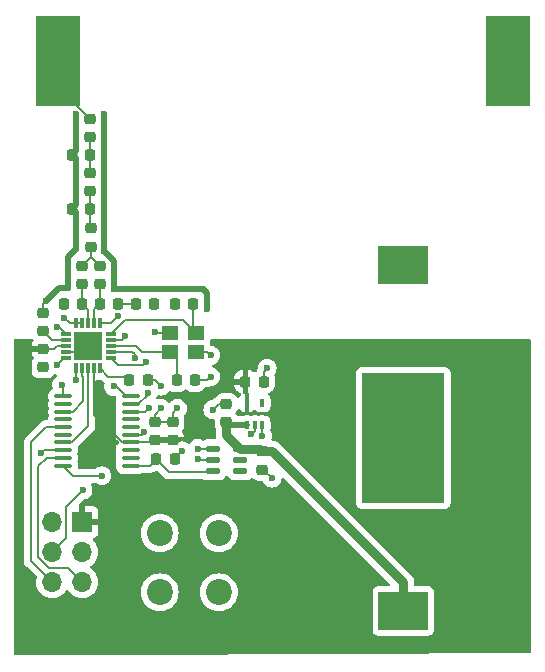
<source format=gbr>
%TF.GenerationSoftware,KiCad,Pcbnew,8.0.4*%
%TF.CreationDate,2024-10-14T16:37:58-05:00*%
%TF.ProjectId,Fob_Design_Files,466f625f-4465-4736-9967-6e5f46696c65,rev?*%
%TF.SameCoordinates,Original*%
%TF.FileFunction,Copper,L1,Top*%
%TF.FilePolarity,Positive*%
%FSLAX46Y46*%
G04 Gerber Fmt 4.6, Leading zero omitted, Abs format (unit mm)*
G04 Created by KiCad (PCBNEW 8.0.4) date 2024-10-14 16:37:58*
%MOMM*%
%LPD*%
G01*
G04 APERTURE LIST*
G04 Aperture macros list*
%AMRoundRect*
0 Rectangle with rounded corners*
0 $1 Rounding radius*
0 $2 $3 $4 $5 $6 $7 $8 $9 X,Y pos of 4 corners*
0 Add a 4 corners polygon primitive as box body*
4,1,4,$2,$3,$4,$5,$6,$7,$8,$9,$2,$3,0*
0 Add four circle primitives for the rounded corners*
1,1,$1+$1,$2,$3*
1,1,$1+$1,$4,$5*
1,1,$1+$1,$6,$7*
1,1,$1+$1,$8,$9*
0 Add four rect primitives between the rounded corners*
20,1,$1+$1,$2,$3,$4,$5,0*
20,1,$1+$1,$4,$5,$6,$7,0*
20,1,$1+$1,$6,$7,$8,$9,0*
20,1,$1+$1,$8,$9,$2,$3,0*%
G04 Aperture macros list end*
%TA.AperFunction,SMDPad,CuDef*%
%ADD10RoundRect,0.225000X-0.250000X0.225000X-0.250000X-0.225000X0.250000X-0.225000X0.250000X0.225000X0*%
%TD*%
%TA.AperFunction,SMDPad,CuDef*%
%ADD11RoundRect,0.225000X0.250000X-0.225000X0.250000X0.225000X-0.250000X0.225000X-0.250000X-0.225000X0*%
%TD*%
%TA.AperFunction,SMDPad,CuDef*%
%ADD12RoundRect,0.225000X0.225000X0.250000X-0.225000X0.250000X-0.225000X-0.250000X0.225000X-0.250000X0*%
%TD*%
%TA.AperFunction,SMDPad,CuDef*%
%ADD13RoundRect,0.100000X0.637500X0.100000X-0.637500X0.100000X-0.637500X-0.100000X0.637500X-0.100000X0*%
%TD*%
%TA.AperFunction,SMDPad,CuDef*%
%ADD14RoundRect,0.218750X0.256250X-0.218750X0.256250X0.218750X-0.256250X0.218750X-0.256250X-0.218750X0*%
%TD*%
%TA.AperFunction,SMDPad,CuDef*%
%ADD15RoundRect,0.225000X-0.225000X-0.250000X0.225000X-0.250000X0.225000X0.250000X-0.225000X0.250000X0*%
%TD*%
%TA.AperFunction,SMDPad,CuDef*%
%ADD16RoundRect,0.100000X0.100000X-0.225000X0.100000X0.225000X-0.100000X0.225000X-0.100000X-0.225000X0*%
%TD*%
%TA.AperFunction,SMDPad,CuDef*%
%ADD17RoundRect,0.137500X-0.482500X-0.137500X0.482500X-0.137500X0.482500X0.137500X-0.482500X0.137500X0*%
%TD*%
%TA.AperFunction,SMDPad,CuDef*%
%ADD18R,4.200000X3.200000*%
%TD*%
%TA.AperFunction,SMDPad,CuDef*%
%ADD19R,7.000000X11.000000*%
%TD*%
%TA.AperFunction,SMDPad,CuDef*%
%ADD20R,3.810000X7.620000*%
%TD*%
%TA.AperFunction,ComponentPad*%
%ADD21C,2.200000*%
%TD*%
%TA.AperFunction,SMDPad,CuDef*%
%ADD22RoundRect,0.218750X0.218750X0.256250X-0.218750X0.256250X-0.218750X-0.256250X0.218750X-0.256250X0*%
%TD*%
%TA.AperFunction,SMDPad,CuDef*%
%ADD23R,0.304800X0.952500*%
%TD*%
%TA.AperFunction,SMDPad,CuDef*%
%ADD24R,0.952500X0.304800*%
%TD*%
%TA.AperFunction,ComponentPad*%
%ADD25C,0.508000*%
%TD*%
%TA.AperFunction,SMDPad,CuDef*%
%ADD26R,2.413000X2.413000*%
%TD*%
%TA.AperFunction,SMDPad,CuDef*%
%ADD27R,1.400000X1.200000*%
%TD*%
%TA.AperFunction,ComponentPad*%
%ADD28R,1.700000X1.700000*%
%TD*%
%TA.AperFunction,ComponentPad*%
%ADD29O,1.700000X1.700000*%
%TD*%
%TA.AperFunction,ViaPad*%
%ADD30C,0.600000*%
%TD*%
%TA.AperFunction,Conductor*%
%ADD31C,0.200000*%
%TD*%
%TA.AperFunction,Conductor*%
%ADD32C,0.500000*%
%TD*%
%TA.AperFunction,Conductor*%
%ADD33C,0.800000*%
%TD*%
G04 APERTURE END LIST*
D10*
%TO.P,C9,1*%
%TO.N,VBAT*%
X110000000Y-76125000D03*
%TO.P,C9,2*%
%TO.N,GND*%
X110000000Y-77675000D03*
%TD*%
D11*
%TO.P,C10,1*%
%TO.N,Net-(C10-Pad1)*%
X95422101Y-49523650D03*
%TO.P,C10,2*%
%TO.N,Net-(C10-Pad2)*%
X95422101Y-47973650D03*
%TD*%
D12*
%TO.P,C7,1*%
%TO.N,OSC_OUT*%
X104148000Y-63627000D03*
%TO.P,C7,2*%
%TO.N,GND*%
X102598000Y-63627000D03*
%TD*%
D13*
%TO.P,U4,1,PB7*%
%TO.N,PWR_DWN*%
X98844000Y-77328000D03*
%TO.P,U4,2,PC14*%
%TO.N,unconnected-(U4-PC14-Pad2)*%
X98844000Y-76678000D03*
%TO.P,U4,3,PC15*%
%TO.N,unconnected-(U4-PC15-Pad3)*%
X98844000Y-76028000D03*
%TO.P,U4,4,VDD*%
%TO.N,VDD*%
X98844000Y-75378000D03*
%TO.P,U4,5,VSS*%
%TO.N,GND*%
X98844000Y-74728000D03*
%TO.P,U4,6,PF2*%
%TO.N,unconnected-(U4-PF2-Pad6)*%
X98844000Y-74078000D03*
%TO.P,U4,7,PA0*%
%TO.N,unconnected-(U4-PA0-Pad7)*%
X98844000Y-73428000D03*
%TO.P,U4,8,PA1*%
%TO.N,SPI_SCLK*%
X98844000Y-72778000D03*
%TO.P,U4,9,PA2*%
%TO.N,SPI_MOSI*%
X98844000Y-72128000D03*
%TO.P,U4,10,PA3*%
%TO.N,USART_RX*%
X98844000Y-71478000D03*
%TO.P,U4,11,PA4*%
%TO.N,SPI_NSS*%
X93119000Y-71478000D03*
%TO.P,U4,12,PA5*%
%TO.N,unconnected-(U4-PA5-Pad12)*%
X93119000Y-72128000D03*
%TO.P,U4,13,PA6*%
%TO.N,SPI_MISO*%
X93119000Y-72778000D03*
%TO.P,U4,14,PA7*%
%TO.N,unconnected-(U4-PA7-Pad14)*%
X93119000Y-73428000D03*
%TO.P,U4,15,PA8*%
%TO.N,USART_TX*%
X93119000Y-74078000D03*
%TO.P,U4,16,PA9/PA11*%
%TO.N,unconnected-(U4-PA9{slash}PA11-Pad16)*%
X93119000Y-74728000D03*
%TO.P,U4,17,PA10/PA12*%
%TO.N,GDO2*%
X93119000Y-75378000D03*
%TO.P,U4,18,PA13*%
%TO.N,SWDIO*%
X93119000Y-76028000D03*
%TO.P,U4,19,PA14*%
%TO.N,SWCLK*%
X93119000Y-76678000D03*
%TO.P,U4,20,PB6*%
%TO.N,GDO0*%
X93119000Y-77328000D03*
%TD*%
D10*
%TO.P,C14,1*%
%TO.N,Net-(C14-Pad1)*%
X96225500Y-60426000D03*
%TO.P,C14,2*%
%TO.N,RF_P*%
X96225500Y-61976000D03*
%TD*%
D12*
%TO.P,C12,1*%
%TO.N,RF_N*%
X94714500Y-63627000D03*
%TO.P,C12,2*%
%TO.N,GND*%
X93164500Y-63627000D03*
%TD*%
D14*
%TO.P,R1,1*%
%TO.N,RBIAS*%
X91433650Y-65971901D03*
%TO.P,R1,2*%
%TO.N,GND*%
X91433650Y-64396901D03*
%TD*%
%TO.P,L4,1,1*%
%TO.N,Net-(C15-Pad2)*%
X95422101Y-54095650D03*
%TO.P,L4,2,2*%
%TO.N,Net-(C10-Pad1)*%
X95422101Y-52520650D03*
%TD*%
D15*
%TO.P,C11,1*%
%TO.N,GND*%
X93885101Y-51047650D03*
%TO.P,C11,2*%
%TO.N,Net-(C10-Pad1)*%
X95435101Y-51047650D03*
%TD*%
D16*
%TO.P,U5,1,IN*%
%TO.N,VBAT*%
X108682000Y-73909000D03*
%TO.P,U5,2,GND*%
%TO.N,GND*%
X109332000Y-73909000D03*
%TO.P,U5,3,EN*%
%TO.N,Net-(U1-OUT)*%
X109982000Y-73909000D03*
%TO.P,U5,4,NC*%
%TO.N,unconnected-(U5-NC-Pad4)*%
X109982000Y-72009000D03*
%TO.P,U5,5,OUT*%
%TO.N,VDD*%
X108682000Y-72009000D03*
%TD*%
D17*
%TO.P,U1,1,IN*%
%TO.N,Button*%
X105800000Y-75900000D03*
%TO.P,U1,2,GND*%
%TO.N,GND*%
X105800000Y-76850000D03*
%TO.P,U1,3,CLEAR*%
%TO.N,PWR_DWN*%
X105800000Y-77800000D03*
%TO.P,U1,4,~{OUT}*%
%TO.N,unconnected-(U1-~{OUT}-Pad4)*%
X108120000Y-77800000D03*
%TO.P,U1,5,OUT*%
%TO.N,Net-(U1-OUT)*%
X108120000Y-76850000D03*
%TO.P,U1,6,VCC*%
%TO.N,VBAT*%
X108120000Y-75900000D03*
%TD*%
D18*
%TO.P,U3,1,+*%
%TO.N,VBAT*%
X121920000Y-89625000D03*
%TO.P,U3,2,-*%
%TO.N,GND*%
X121920000Y-60325000D03*
D19*
%TO.P,U3,3,EP*%
%TO.N,unconnected-(U3-EP-Pad3)*%
X121920000Y-74975000D03*
%TD*%
D20*
%TO.P,E1,1*%
%TO.N,Net-(C10-Pad2)*%
X92700000Y-43053000D03*
%TO.P,E1,2*%
%TO.N,N/C*%
X130800000Y-43053000D03*
%TD*%
D15*
%TO.P,C6,1*%
%TO.N,OSC_IN*%
X102725000Y-70104000D03*
%TO.P,C6,2*%
%TO.N,GND*%
X104275000Y-70104000D03*
%TD*%
D14*
%TO.P,L2,1,1*%
%TO.N,Net-(C14-Pad1)*%
X95463500Y-58826500D03*
%TO.P,L2,2,2*%
%TO.N,Net-(C15-Pad2)*%
X95463500Y-57251500D03*
%TD*%
D15*
%TO.P,C2,1*%
%TO.N,VDD*%
X108559000Y-70231000D03*
%TO.P,C2,2*%
%TO.N,GND*%
X110109000Y-70231000D03*
%TD*%
D21*
%TO.P,S1,1,COM_1*%
%TO.N,GND*%
X106299000Y-88058000D03*
%TO.P,S1,2,COM_2*%
X106299000Y-83058000D03*
%TO.P,S1,3,NO_1*%
%TO.N,Button*%
X101299000Y-88058000D03*
%TO.P,S1,4,NO_2*%
X101299000Y-83058000D03*
%TD*%
D14*
%TO.P,L1,1,1*%
%TO.N,RF_N*%
X94701500Y-62001500D03*
%TO.P,L1,2,2*%
%TO.N,Net-(C14-Pad1)*%
X94701500Y-60426500D03*
%TD*%
D22*
%TO.P,R2,1*%
%TO.N,GND*%
X102587500Y-76813000D03*
%TO.P,R2,2*%
%TO.N,PWR_DWN*%
X101012500Y-76813000D03*
%TD*%
D10*
%TO.P,C8,1*%
%TO.N,VDD*%
X91433650Y-67457401D03*
%TO.P,C8,2*%
%TO.N,GND*%
X91433650Y-69007401D03*
%TD*%
D23*
%TO.P,U2,1,SCLK*%
%TO.N,SPI_SCLK*%
X94243649Y-69089651D03*
%TO.P,U2,2,SO*%
%TO.N,SPI_MISO*%
X94743651Y-69089651D03*
%TO.P,U2,3,GDO2*%
%TO.N,GDO2*%
X95243650Y-69089651D03*
%TO.P,U2,4,DVDD*%
%TO.N,VDD*%
X95743649Y-69089651D03*
%TO.P,U2,5,DCOUPL*%
%TO.N,Net-(U2-DCOUPL)*%
X96243651Y-69089651D03*
D24*
%TO.P,U2,6,GDO0*%
%TO.N,GDO0*%
X97142300Y-68191002D03*
%TO.P,U2,7,CSN*%
%TO.N,SPI_NSS*%
X97142300Y-67691000D03*
%TO.P,U2,8,XOSC_Q1*%
%TO.N,OSC_IN*%
X97142300Y-67191001D03*
%TO.P,U2,9,AVDD*%
%TO.N,VDD*%
X97142300Y-66691002D03*
%TO.P,U2,10,XOSC_Q2*%
%TO.N,OSC_OUT*%
X97142300Y-66191000D03*
D23*
%TO.P,U2,11,AVDD*%
%TO.N,VDD*%
X96243651Y-65292351D03*
%TO.P,U2,12,RF_P*%
%TO.N,RF_P*%
X95743649Y-65292351D03*
%TO.P,U2,13,RF_N*%
%TO.N,RF_N*%
X95243650Y-65292351D03*
%TO.P,U2,14,AVDD*%
%TO.N,VDD*%
X94743651Y-65292351D03*
%TO.P,U2,15,AVDD*%
X94243649Y-65292351D03*
D24*
%TO.P,U2,16,GND*%
%TO.N,GND*%
X93345000Y-66191000D03*
%TO.P,U2,17,RBIAS*%
%TO.N,RBIAS*%
X93345000Y-66691002D03*
%TO.P,U2,18,DGUARD*%
%TO.N,VDD*%
X93345000Y-67191001D03*
%TO.P,U2,19,GND*%
%TO.N,GND*%
X93345000Y-67691000D03*
%TO.P,U2,20,SI*%
%TO.N,SPI_MOSI*%
X93345000Y-68191002D03*
D25*
%TO.P,U2,21,EPAD*%
%TO.N,GND*%
X94456250Y-67978401D03*
X95243650Y-67941001D03*
X95993650Y-67941001D03*
X94493650Y-67191001D03*
X95243650Y-67191001D03*
D26*
X95243650Y-67191001D03*
D25*
X95993650Y-67191001D03*
X94493650Y-66441001D03*
X95243650Y-66441001D03*
X95993650Y-66441001D03*
%TD*%
D11*
%TO.P,C1,1*%
%TO.N,VBAT*%
X106934000Y-73673000D03*
%TO.P,C1,2*%
%TO.N,GND*%
X106934000Y-72123000D03*
%TD*%
D22*
%TO.P,L3,1,1*%
%TO.N,Net-(C13-Pad2)*%
X97775000Y-63627000D03*
%TO.P,L3,2,2*%
%TO.N,RF_P*%
X96200000Y-63627000D03*
%TD*%
D11*
%TO.P,C3,1*%
%TO.N,VDD*%
X102400000Y-75175000D03*
%TO.P,C3,2*%
%TO.N,GND*%
X102400000Y-73625000D03*
%TD*%
D15*
%TO.P,C5,1*%
%TO.N,Net-(U2-DCOUPL)*%
X98725000Y-70100000D03*
%TO.P,C5,2*%
%TO.N,GND*%
X100275000Y-70100000D03*
%TD*%
D27*
%TO.P,Y1,1,X'TAL_1*%
%TO.N,OSC_IN*%
X102189000Y-67691000D03*
%TO.P,Y1,2,NC_1*%
%TO.N,GND*%
X104389000Y-67691000D03*
%TO.P,Y1,3,X'TAL_2*%
%TO.N,OSC_OUT*%
X104389000Y-66091000D03*
%TO.P,Y1,4,NC_2*%
%TO.N,GND*%
X102189000Y-66091000D03*
%TD*%
D11*
%TO.P,C4,1*%
%TO.N,VDD*%
X100876000Y-75175000D03*
%TO.P,C4,2*%
%TO.N,GND*%
X100876000Y-73625000D03*
%TD*%
D12*
%TO.P,C13,1*%
%TO.N,GND*%
X100810500Y-63627000D03*
%TO.P,C13,2*%
%TO.N,Net-(C13-Pad2)*%
X99260500Y-63627000D03*
%TD*%
D15*
%TO.P,C15,1*%
%TO.N,GND*%
X93872101Y-55619650D03*
%TO.P,C15,2*%
%TO.N,Net-(C15-Pad2)*%
X95422101Y-55619650D03*
%TD*%
D28*
%TO.P,J1,1,Pin_1*%
%TO.N,VDD*%
X94740000Y-82120000D03*
D29*
%TO.P,J1,2,Pin_2*%
%TO.N,GND*%
X92200000Y-82120000D03*
%TO.P,J1,3,Pin_3*%
%TO.N,SWDIO*%
X94740000Y-84660000D03*
%TO.P,J1,4,Pin_4*%
%TO.N,USART_RX*%
X92200000Y-84660000D03*
%TO.P,J1,5,Pin_5*%
%TO.N,SWCLK*%
X94740000Y-87200000D03*
%TO.P,J1,6,Pin_6*%
%TO.N,USART_TX*%
X92200000Y-87200000D03*
%TD*%
D30*
%TO.N,USART_RX*%
X97400000Y-70624265D03*
X94800000Y-79400000D03*
%TO.N,SWDIO*%
X91275735Y-76275735D03*
%TO.N,VDD*%
X93200000Y-64800000D03*
%TO.N,GND*%
X93500000Y-60500000D03*
X94200000Y-56900000D03*
X96600000Y-55300000D03*
X104500000Y-76800000D03*
X101400000Y-70600000D03*
X121920000Y-60325000D03*
X123200000Y-61100000D03*
X105600000Y-68000000D03*
X91400000Y-69000000D03*
X110400000Y-69100000D03*
X121900000Y-61100000D03*
X100400000Y-62400000D03*
X91700000Y-63400000D03*
X100800000Y-63600000D03*
X100900000Y-66000000D03*
X103200000Y-76100000D03*
X94200000Y-47600000D03*
X120700000Y-59500000D03*
X109000000Y-74700000D03*
X121900000Y-59500000D03*
X94200000Y-49600000D03*
X94200000Y-52500000D03*
X103400000Y-62400000D03*
X101400000Y-72500000D03*
X123200000Y-60300000D03*
X120700000Y-61100000D03*
X102800000Y-72500000D03*
X94200000Y-59000000D03*
X97400000Y-62400000D03*
X105800000Y-72600000D03*
X97400000Y-60800000D03*
X105600000Y-69800000D03*
X98900000Y-62400000D03*
X94200000Y-54400000D03*
X92600000Y-65600000D03*
X96600000Y-53400000D03*
X123200000Y-59500000D03*
X105300000Y-64100000D03*
X96600000Y-51500000D03*
X100000000Y-74500000D03*
X93900000Y-51000000D03*
X93900000Y-55600000D03*
X110800000Y-78400000D03*
X105000000Y-62400000D03*
X96600000Y-59200000D03*
X96600000Y-47600000D03*
X102598000Y-63627000D03*
X96600000Y-57300000D03*
X96600000Y-49600000D03*
X93100000Y-63600000D03*
X93500000Y-62300000D03*
X101900000Y-62400000D03*
X120700000Y-60300000D03*
%TO.N,VDD*%
X98400000Y-66400000D03*
X97792385Y-64692385D03*
X91400000Y-67400000D03*
%TO.N,Net-(U1-OUT)*%
X110000000Y-74800000D03*
X108100000Y-76900000D03*
%TO.N,SPI_MOSI*%
X100300000Y-71200000D03*
X92600000Y-68800000D03*
%TO.N,GDO0*%
X100100000Y-68600000D03*
X96400000Y-78200000D03*
%TO.N,SPI_NSS*%
X93000000Y-70500000D03*
X99200000Y-68200000D03*
%TO.N,SPI_SCLK*%
X94243649Y-70100000D03*
X100348902Y-72448902D03*
%TO.N,Button*%
X104500000Y-75900000D03*
%TD*%
D31*
%TO.N,USART_RX*%
X97400000Y-70624265D02*
X97624265Y-70624265D01*
X98478000Y-71478000D02*
X98844000Y-71478000D01*
X97624265Y-70624265D02*
X98478000Y-71478000D01*
%TO.N,GDO0*%
X93991000Y-78200000D02*
X93119000Y-77328000D01*
X96400000Y-78200000D02*
X93991000Y-78200000D01*
%TO.N,USART_TX*%
X90400000Y-85400000D02*
X92200000Y-87200000D01*
X90400000Y-75363044D02*
X90400000Y-85400000D01*
X91685044Y-74078000D02*
X90400000Y-75363044D01*
X93119000Y-74078000D02*
X91685044Y-74078000D01*
%TO.N,SWDIO*%
X91523470Y-76028000D02*
X93119000Y-76028000D01*
X91275735Y-76275735D02*
X91523470Y-76028000D01*
%TO.N,SWCLK*%
X91913654Y-86000000D02*
X93540000Y-86000000D01*
X93540000Y-86000000D02*
X94740000Y-87200000D01*
X91000000Y-77400000D02*
X91000000Y-85086346D01*
X91722000Y-76678000D02*
X91000000Y-77400000D01*
X93119000Y-76678000D02*
X91722000Y-76678000D01*
X91000000Y-85086346D02*
X91913654Y-86000000D01*
%TO.N,USART_RX*%
X93400000Y-80800000D02*
X94800000Y-79400000D01*
X93400000Y-83460000D02*
X93400000Y-80800000D01*
X92200000Y-84660000D02*
X93400000Y-83460000D01*
%TO.N,VDD*%
X98106501Y-75378000D02*
X98844000Y-75378000D01*
X95743649Y-69089651D02*
X95743649Y-73015148D01*
X95743649Y-73015148D02*
X98106501Y-75378000D01*
%TO.N,GND*%
X100876000Y-73625000D02*
X102400000Y-73625000D01*
X105296000Y-70104000D02*
X104275000Y-70104000D01*
X105600000Y-69800000D02*
X105296000Y-70104000D01*
X106277000Y-72123000D02*
X106934000Y-72123000D01*
X105800000Y-72600000D02*
X106277000Y-72123000D01*
%TO.N,VDD*%
X93692351Y-65292351D02*
X93200000Y-64800000D01*
X94090307Y-65292351D02*
X93692351Y-65292351D01*
%TO.N,GND*%
X92754000Y-65600000D02*
X93345000Y-66191000D01*
X92600000Y-65600000D02*
X92754000Y-65600000D01*
D32*
X94200000Y-55900000D02*
X93900000Y-55600000D01*
X94200000Y-56900000D02*
X94200000Y-55900000D01*
X94200000Y-55291751D02*
X93872101Y-55619650D01*
X94200000Y-54400000D02*
X94200000Y-55291751D01*
X94200000Y-52500000D02*
X94200000Y-51300000D01*
X94200000Y-51300000D02*
X93900000Y-51000000D01*
X94200000Y-50700000D02*
X93900000Y-51000000D01*
X94200000Y-49600000D02*
X94200000Y-50700000D01*
X94200000Y-49600000D02*
X94200000Y-47600000D01*
X94200000Y-54400000D02*
X94200000Y-52500000D01*
X94200000Y-56900000D02*
X94200000Y-59000000D01*
X93500000Y-59700000D02*
X94200000Y-59000000D01*
X93500000Y-60500000D02*
X93500000Y-59700000D01*
X93500000Y-62300000D02*
X93500000Y-60500000D01*
X92800000Y-62300000D02*
X91700000Y-63400000D01*
X93500000Y-62300000D02*
X92800000Y-62300000D01*
X105300000Y-62700000D02*
X105300000Y-64100000D01*
X105000000Y-62400000D02*
X105300000Y-62700000D01*
X103400000Y-62400000D02*
X105000000Y-62400000D01*
X101900000Y-62400000D02*
X103400000Y-62400000D01*
X101900000Y-62400000D02*
X100400000Y-62400000D01*
X98900000Y-62400000D02*
X100400000Y-62400000D01*
X97400000Y-62400000D02*
X98900000Y-62400000D01*
X97400000Y-60800000D02*
X97400000Y-62400000D01*
X97400000Y-60000000D02*
X97400000Y-60800000D01*
X96600000Y-59200000D02*
X97400000Y-60000000D01*
X96600000Y-57300000D02*
X96600000Y-59200000D01*
X96600000Y-55300000D02*
X96600000Y-57300000D01*
X96600000Y-53400000D02*
X96600000Y-55300000D01*
X96600000Y-51500000D02*
X96600000Y-53400000D01*
X96600000Y-49600000D02*
X96600000Y-51500000D01*
X96600000Y-47600000D02*
X96600000Y-49600000D01*
D33*
%TO.N,VBAT*%
X110000000Y-76125000D02*
X109775000Y-75900000D01*
X121920000Y-89625000D02*
X121920000Y-87225000D01*
X121920000Y-87225000D02*
X110820000Y-76125000D01*
D32*
X107170000Y-73909000D02*
X106934000Y-73673000D01*
D33*
X106934000Y-73673000D02*
X106934000Y-74714000D01*
X109775000Y-75900000D02*
X108120000Y-75900000D01*
X106934000Y-74714000D02*
X108120000Y-75900000D01*
X110820000Y-76125000D02*
X110000000Y-76125000D01*
D32*
X108682000Y-73909000D02*
X107170000Y-73909000D01*
D31*
%TO.N,GND*%
X91433650Y-63666350D02*
X91700000Y-63400000D01*
X94168849Y-67691000D02*
X94456250Y-67978401D01*
X100876000Y-73024000D02*
X101400000Y-72500000D01*
X98844000Y-74728000D02*
X99772000Y-74728000D01*
X110075000Y-77675000D02*
X110800000Y-78400000D01*
X110109000Y-69391000D02*
X110400000Y-69100000D01*
X104550000Y-76850000D02*
X104500000Y-76800000D01*
X102587500Y-76813000D02*
X102587500Y-76712500D01*
X110000000Y-77675000D02*
X110075000Y-77675000D01*
X100810500Y-63610500D02*
X100800000Y-63600000D01*
X93345000Y-67691000D02*
X94168849Y-67691000D01*
X102587500Y-76712500D02*
X103200000Y-76100000D01*
X109332000Y-74368000D02*
X109000000Y-74700000D01*
X91433650Y-64396901D02*
X91433650Y-63666350D01*
X100876000Y-73625000D02*
X100876000Y-73024000D01*
X100991000Y-66091000D02*
X100900000Y-66000000D01*
X102400000Y-72900000D02*
X102400000Y-73625000D01*
X102189000Y-66091000D02*
X100991000Y-66091000D01*
X100900000Y-70100000D02*
X100275000Y-70100000D01*
X109332000Y-73909000D02*
X109332000Y-74368000D01*
X104389000Y-67691000D02*
X105291000Y-67691000D01*
X105291000Y-67691000D02*
X105600000Y-68000000D01*
X110109000Y-70231000D02*
X110109000Y-69391000D01*
X100810500Y-63627000D02*
X100810500Y-63610500D01*
X100800000Y-63600000D02*
X100810500Y-63589500D01*
X101400000Y-70600000D02*
X100900000Y-70100000D01*
X105800000Y-76850000D02*
X104550000Y-76850000D01*
X99772000Y-74728000D02*
X100000000Y-74500000D01*
X102800000Y-72500000D02*
X102400000Y-72900000D01*
%TO.N,VDD*%
X94090307Y-65292351D02*
X94243649Y-65292351D01*
X100673000Y-75378000D02*
X100876000Y-75175000D01*
X98844000Y-75378000D02*
X100673000Y-75378000D01*
X108682000Y-72009000D02*
X108682000Y-70354000D01*
X94243649Y-65292351D02*
X94743651Y-65292351D01*
X91400000Y-67400000D02*
X91433650Y-67457401D01*
X97792385Y-64692385D02*
X97192419Y-65292351D01*
X93345000Y-67191001D02*
X92616349Y-67191001D01*
X100876000Y-75175000D02*
X102400000Y-75175000D01*
X92616349Y-67191001D02*
X92349949Y-67457401D01*
X92349949Y-67457401D02*
X91433650Y-67457401D01*
X98400000Y-66400000D02*
X98108998Y-66691002D01*
X108682000Y-70354000D02*
X108559000Y-70231000D01*
X97192419Y-65292351D02*
X96243651Y-65292351D01*
X98108998Y-66691002D02*
X97142300Y-66691002D01*
%TO.N,Net-(U2-DCOUPL)*%
X96954000Y-69800000D02*
X96243651Y-69089651D01*
X98425000Y-69800000D02*
X96954000Y-69800000D01*
X98725000Y-70100000D02*
X98425000Y-69800000D01*
%TO.N,OSC_IN*%
X102725000Y-70104000D02*
X102725000Y-68227000D01*
X102725000Y-68227000D02*
X102189000Y-67691000D01*
X99791000Y-67691000D02*
X102189000Y-67691000D01*
X99291001Y-67191001D02*
X99791000Y-67691000D01*
X97142300Y-67191001D02*
X99291001Y-67191001D01*
%TO.N,OSC_OUT*%
X98333300Y-65000000D02*
X103298000Y-65000000D01*
X103298000Y-65000000D02*
X104389000Y-66091000D01*
X104148000Y-63627000D02*
X104148000Y-65850000D01*
X104148000Y-65850000D02*
X104389000Y-66091000D01*
X97142300Y-66191000D02*
X98333300Y-65000000D01*
%TO.N,Net-(C10-Pad1)*%
X95422101Y-49523650D02*
X95422101Y-51034650D01*
X95435101Y-52507650D02*
X95422101Y-52520650D01*
X95422101Y-51034650D02*
X95435101Y-51047650D01*
X95435101Y-51047650D02*
X95435101Y-52507650D01*
%TO.N,Net-(C10-Pad2)*%
X95422101Y-47973650D02*
X92700000Y-45251549D01*
X92700000Y-45251549D02*
X92700000Y-43053000D01*
%TO.N,RF_N*%
X94701500Y-63614000D02*
X94714500Y-63627000D01*
X94701500Y-62001500D02*
X94701500Y-63614000D01*
X95243650Y-65292351D02*
X95268650Y-65267351D01*
X95243650Y-65292351D02*
X95243650Y-64156150D01*
X95243650Y-64156150D02*
X94714500Y-63627000D01*
%TO.N,Net-(C13-Pad2)*%
X97775000Y-63627000D02*
X99260500Y-63627000D01*
%TO.N,Net-(C14-Pad1)*%
X95463500Y-59664000D02*
X96225500Y-60426000D01*
X94701500Y-60426000D02*
X95463500Y-59664000D01*
X94701500Y-60426500D02*
X94701500Y-60426000D01*
X95463500Y-58826500D02*
X95463500Y-59664000D01*
%TO.N,RF_P*%
X95743649Y-65292351D02*
X95718650Y-65267352D01*
X95743649Y-65292351D02*
X95743649Y-64083351D01*
X96225500Y-63601500D02*
X96200000Y-63627000D01*
X95743649Y-64083351D02*
X96200000Y-63627000D01*
X96225500Y-61976000D02*
X96225500Y-63601500D01*
%TO.N,Net-(C15-Pad2)*%
X95422101Y-57210101D02*
X95463500Y-57251500D01*
X95422101Y-54095650D02*
X95422101Y-55619650D01*
X95422101Y-55619650D02*
X95422101Y-57210101D01*
%TO.N,Net-(U1-OUT)*%
X110000000Y-73927000D02*
X109982000Y-73909000D01*
X110000000Y-74800000D02*
X110000000Y-73927000D01*
%TO.N,RBIAS*%
X93345000Y-66691002D02*
X92152751Y-66691002D01*
X92152751Y-66691002D02*
X91433650Y-65971901D01*
%TO.N,SPI_MOSI*%
X100300000Y-71327956D02*
X99499956Y-72128000D01*
X100300000Y-71200000D02*
X100300000Y-71327956D01*
X93345000Y-68191002D02*
X93208998Y-68191002D01*
X93208998Y-68191002D02*
X92600000Y-68800000D01*
X99499956Y-72128000D02*
X98844000Y-72128000D01*
%TO.N,GDO0*%
X97142300Y-68191002D02*
X97751298Y-68800000D01*
X99900000Y-68800000D02*
X100100000Y-68600000D01*
X97751298Y-68800000D02*
X99900000Y-68800000D01*
%TO.N,GDO2*%
X93856499Y-75378000D02*
X93119000Y-75378000D01*
X95243650Y-69089651D02*
X95243650Y-73990849D01*
X95243650Y-73990849D02*
X93856499Y-75378000D01*
%TO.N,SPI_MISO*%
X94743651Y-69765901D02*
X94743651Y-69089651D01*
X94843649Y-71904880D02*
X94843649Y-69865899D01*
X94843649Y-69865899D02*
X94743651Y-69765901D01*
X93119000Y-72778000D02*
X93970529Y-72778000D01*
X93970529Y-72778000D02*
X94843649Y-71904880D01*
%TO.N,PWR_DWN*%
X102099500Y-77900000D02*
X101012500Y-76813000D01*
X100497500Y-77328000D02*
X101012500Y-76813000D01*
X105700000Y-77900000D02*
X102099500Y-77900000D01*
X98844000Y-77328000D02*
X100497500Y-77328000D01*
X105800000Y-77800000D02*
X105700000Y-77900000D01*
%TO.N,SPI_NSS*%
X93119000Y-70619000D02*
X93000000Y-70500000D01*
X99200000Y-68200000D02*
X99200000Y-67900000D01*
X98991000Y-67691000D02*
X97142300Y-67691000D01*
X93119000Y-71478000D02*
X93119000Y-70619000D01*
X99200000Y-67900000D02*
X98991000Y-67691000D01*
%TO.N,USART_RX*%
X98844000Y-71444000D02*
X98844000Y-71478000D01*
%TO.N,SPI_SCLK*%
X100348902Y-72448902D02*
X100019804Y-72778000D01*
X94243649Y-70100000D02*
X94243649Y-69089651D01*
X100019804Y-72778000D02*
X98844000Y-72778000D01*
%TO.N,Button*%
X104500000Y-75900000D02*
X105800000Y-75900000D01*
%TD*%
%TA.AperFunction,Conductor*%
%TO.N,VDD*%
G36*
X90566762Y-66619685D02*
G01*
X90612517Y-66672489D01*
X90622461Y-66741647D01*
X90605261Y-66789097D01*
X90522107Y-66923908D01*
X90522102Y-66923919D01*
X90468794Y-67084794D01*
X90458650Y-67184078D01*
X90458650Y-67207401D01*
X91559650Y-67207401D01*
X91626689Y-67227086D01*
X91672444Y-67279890D01*
X91683650Y-67331401D01*
X91683650Y-67583401D01*
X91663965Y-67650440D01*
X91611161Y-67696195D01*
X91559650Y-67707401D01*
X90458651Y-67707401D01*
X90458651Y-67730723D01*
X90468794Y-67830008D01*
X90522102Y-67990882D01*
X90522107Y-67990893D01*
X90611074Y-68135129D01*
X90611077Y-68135133D01*
X90620310Y-68144366D01*
X90653795Y-68205689D01*
X90648811Y-68275381D01*
X90620313Y-68319725D01*
X90610683Y-68329354D01*
X90610679Y-68329360D01*
X90521651Y-68473695D01*
X90521646Y-68473706D01*
X90468301Y-68634691D01*
X90458150Y-68734048D01*
X90458150Y-69280738D01*
X90458151Y-69280756D01*
X90468300Y-69380108D01*
X90468301Y-69380111D01*
X90521646Y-69541095D01*
X90521651Y-69541106D01*
X90610679Y-69685441D01*
X90610682Y-69685445D01*
X90730605Y-69805368D01*
X90730609Y-69805371D01*
X90874944Y-69894399D01*
X90874947Y-69894400D01*
X90874953Y-69894404D01*
X91035942Y-69947750D01*
X91135305Y-69957901D01*
X91731994Y-69957900D01*
X91732002Y-69957899D01*
X91732005Y-69957899D01*
X91786410Y-69952341D01*
X91831358Y-69947750D01*
X91992347Y-69894404D01*
X92136694Y-69805369D01*
X92256618Y-69685445D01*
X92284387Y-69640423D01*
X92336334Y-69593701D01*
X92405297Y-69582478D01*
X92417528Y-69584633D01*
X92420734Y-69585364D01*
X92420745Y-69585368D01*
X92445238Y-69588127D01*
X92518246Y-69596354D01*
X92582660Y-69623420D01*
X92622215Y-69681015D01*
X92624353Y-69750852D01*
X92588395Y-69810758D01*
X92570336Y-69824567D01*
X92497739Y-69870182D01*
X92370184Y-69997737D01*
X92274211Y-70150476D01*
X92214631Y-70320745D01*
X92214630Y-70320750D01*
X92194435Y-70499996D01*
X92194435Y-70500003D01*
X92214631Y-70679253D01*
X92214632Y-70679258D01*
X92225434Y-70710130D01*
X92228995Y-70779909D01*
X92194264Y-70840535D01*
X92183879Y-70849457D01*
X92053220Y-70949716D01*
X92053219Y-70949717D01*
X92053218Y-70949718D01*
X92005467Y-71011949D01*
X91956963Y-71075160D01*
X91896456Y-71221237D01*
X91896455Y-71221239D01*
X91881000Y-71338638D01*
X91881000Y-71617363D01*
X91896453Y-71734753D01*
X91896457Y-71734765D01*
X91905066Y-71755550D01*
X91912533Y-71825019D01*
X91905066Y-71850450D01*
X91896457Y-71871234D01*
X91896455Y-71871239D01*
X91881000Y-71988638D01*
X91881000Y-72267363D01*
X91896453Y-72384753D01*
X91896457Y-72384765D01*
X91905066Y-72405550D01*
X91912533Y-72475019D01*
X91905066Y-72500450D01*
X91896457Y-72521234D01*
X91896455Y-72521239D01*
X91881000Y-72638638D01*
X91881000Y-72917363D01*
X91896453Y-73034753D01*
X91896457Y-73034765D01*
X91905066Y-73055550D01*
X91912533Y-73125019D01*
X91905066Y-73150450D01*
X91896457Y-73171234D01*
X91896455Y-73171239D01*
X91881000Y-73288638D01*
X91881000Y-73353499D01*
X91861315Y-73420538D01*
X91808511Y-73466293D01*
X91757000Y-73477499D01*
X91605987Y-73477499D01*
X91529623Y-73497961D01*
X91453258Y-73518423D01*
X91453253Y-73518426D01*
X91316334Y-73597475D01*
X91316326Y-73597481D01*
X89919481Y-74994326D01*
X89919480Y-74994328D01*
X89872894Y-75075019D01*
X89869361Y-75081138D01*
X89869359Y-75081140D01*
X89840425Y-75131253D01*
X89840424Y-75131254D01*
X89840423Y-75131259D01*
X89799499Y-75283987D01*
X89799499Y-75283989D01*
X89799499Y-75452090D01*
X89799500Y-75452103D01*
X89799500Y-85313330D01*
X89799499Y-85313348D01*
X89799499Y-85479054D01*
X89799498Y-85479054D01*
X89840423Y-85631785D01*
X89848586Y-85645923D01*
X89848587Y-85645926D01*
X89919475Y-85768709D01*
X89919481Y-85768717D01*
X90038349Y-85887585D01*
X90038355Y-85887590D01*
X90867233Y-86716468D01*
X90900718Y-86777791D01*
X90899327Y-86836241D01*
X90864939Y-86964583D01*
X90864936Y-86964596D01*
X90844341Y-87199999D01*
X90844341Y-87200000D01*
X90864936Y-87435403D01*
X90864938Y-87435413D01*
X90926094Y-87663655D01*
X90926096Y-87663659D01*
X90926097Y-87663663D01*
X90992867Y-87806852D01*
X91025965Y-87877830D01*
X91025967Y-87877834D01*
X91095494Y-87977128D01*
X91161505Y-88071401D01*
X91328599Y-88238495D01*
X91425384Y-88306265D01*
X91522165Y-88374032D01*
X91522167Y-88374033D01*
X91522170Y-88374035D01*
X91736337Y-88473903D01*
X91964592Y-88535063D01*
X92152918Y-88551539D01*
X92199999Y-88555659D01*
X92200000Y-88555659D01*
X92200001Y-88555659D01*
X92239234Y-88552226D01*
X92435408Y-88535063D01*
X92663663Y-88473903D01*
X92877830Y-88374035D01*
X93071401Y-88238495D01*
X93238495Y-88071401D01*
X93368425Y-87885842D01*
X93423002Y-87842217D01*
X93492500Y-87835023D01*
X93554855Y-87866546D01*
X93571575Y-87885842D01*
X93701500Y-88071395D01*
X93701505Y-88071401D01*
X93868599Y-88238495D01*
X93965384Y-88306265D01*
X94062165Y-88374032D01*
X94062167Y-88374033D01*
X94062170Y-88374035D01*
X94276337Y-88473903D01*
X94504592Y-88535063D01*
X94692918Y-88551539D01*
X94739999Y-88555659D01*
X94740000Y-88555659D01*
X94740001Y-88555659D01*
X94779234Y-88552226D01*
X94975408Y-88535063D01*
X95203663Y-88473903D01*
X95417830Y-88374035D01*
X95611401Y-88238495D01*
X95778495Y-88071401D01*
X95787878Y-88058000D01*
X99693551Y-88058000D01*
X99713317Y-88309151D01*
X99772126Y-88554110D01*
X99868533Y-88786859D01*
X100000160Y-89001653D01*
X100000161Y-89001656D01*
X100000164Y-89001659D01*
X100163776Y-89193224D01*
X100312066Y-89319875D01*
X100355343Y-89356838D01*
X100355346Y-89356839D01*
X100570140Y-89488466D01*
X100802889Y-89584873D01*
X101047852Y-89643683D01*
X101299000Y-89663449D01*
X101550148Y-89643683D01*
X101795111Y-89584873D01*
X102027859Y-89488466D01*
X102242659Y-89356836D01*
X102434224Y-89193224D01*
X102597836Y-89001659D01*
X102729466Y-88786859D01*
X102825873Y-88554111D01*
X102884683Y-88309148D01*
X102904449Y-88058000D01*
X104693551Y-88058000D01*
X104713317Y-88309151D01*
X104772126Y-88554110D01*
X104868533Y-88786859D01*
X105000160Y-89001653D01*
X105000161Y-89001656D01*
X105000164Y-89001659D01*
X105163776Y-89193224D01*
X105312066Y-89319875D01*
X105355343Y-89356838D01*
X105355346Y-89356839D01*
X105570140Y-89488466D01*
X105802889Y-89584873D01*
X106047852Y-89643683D01*
X106299000Y-89663449D01*
X106550148Y-89643683D01*
X106795111Y-89584873D01*
X107027859Y-89488466D01*
X107242659Y-89356836D01*
X107434224Y-89193224D01*
X107597836Y-89001659D01*
X107729466Y-88786859D01*
X107825873Y-88554111D01*
X107884683Y-88309148D01*
X107904449Y-88058000D01*
X107884683Y-87806852D01*
X107825873Y-87561889D01*
X107813040Y-87530908D01*
X107729466Y-87329140D01*
X107597839Y-87114346D01*
X107597838Y-87114343D01*
X107560875Y-87071066D01*
X107434224Y-86922776D01*
X107288662Y-86798454D01*
X107242656Y-86759161D01*
X107242653Y-86759160D01*
X107027859Y-86627533D01*
X106795110Y-86531126D01*
X106550151Y-86472317D01*
X106299000Y-86452551D01*
X106047848Y-86472317D01*
X105802889Y-86531126D01*
X105570140Y-86627533D01*
X105355346Y-86759160D01*
X105355343Y-86759161D01*
X105163776Y-86922776D01*
X105000161Y-87114343D01*
X105000160Y-87114346D01*
X104868533Y-87329140D01*
X104772126Y-87561889D01*
X104713317Y-87806848D01*
X104693551Y-88058000D01*
X102904449Y-88058000D01*
X102884683Y-87806852D01*
X102825873Y-87561889D01*
X102813040Y-87530908D01*
X102729466Y-87329140D01*
X102597839Y-87114346D01*
X102597838Y-87114343D01*
X102560875Y-87071066D01*
X102434224Y-86922776D01*
X102288662Y-86798454D01*
X102242656Y-86759161D01*
X102242653Y-86759160D01*
X102027859Y-86627533D01*
X101795110Y-86531126D01*
X101550151Y-86472317D01*
X101299000Y-86452551D01*
X101047848Y-86472317D01*
X100802889Y-86531126D01*
X100570140Y-86627533D01*
X100355346Y-86759160D01*
X100355343Y-86759161D01*
X100163776Y-86922776D01*
X100000161Y-87114343D01*
X100000160Y-87114346D01*
X99868533Y-87329140D01*
X99772126Y-87561889D01*
X99713317Y-87806848D01*
X99693551Y-88058000D01*
X95787878Y-88058000D01*
X95914035Y-87877830D01*
X96013903Y-87663663D01*
X96075063Y-87435408D01*
X96095659Y-87200000D01*
X96075063Y-86964592D01*
X96013903Y-86736337D01*
X95914035Y-86522171D01*
X95778495Y-86328599D01*
X95778494Y-86328597D01*
X95611402Y-86161506D01*
X95611396Y-86161501D01*
X95425842Y-86031575D01*
X95382217Y-85976998D01*
X95375023Y-85907500D01*
X95406546Y-85845145D01*
X95425842Y-85828425D01*
X95448026Y-85812891D01*
X95611401Y-85698495D01*
X95778495Y-85531401D01*
X95914035Y-85337830D01*
X96013903Y-85123663D01*
X96075063Y-84895408D01*
X96095659Y-84660000D01*
X96075063Y-84424592D01*
X96013903Y-84196337D01*
X95914035Y-83982171D01*
X95778495Y-83788599D01*
X95656179Y-83666283D01*
X95622696Y-83604963D01*
X95627680Y-83535271D01*
X95669551Y-83479337D01*
X95700529Y-83462422D01*
X95832086Y-83413354D01*
X95832093Y-83413350D01*
X95947187Y-83327190D01*
X95947190Y-83327187D01*
X96033350Y-83212093D01*
X96033354Y-83212086D01*
X96083596Y-83077379D01*
X96083598Y-83077372D01*
X96085681Y-83058000D01*
X99693551Y-83058000D01*
X99713317Y-83309151D01*
X99772126Y-83554110D01*
X99868533Y-83786859D01*
X100000160Y-84001653D01*
X100000161Y-84001656D01*
X100000164Y-84001659D01*
X100163776Y-84193224D01*
X100312066Y-84319875D01*
X100355343Y-84356838D01*
X100355346Y-84356839D01*
X100570140Y-84488466D01*
X100802889Y-84584873D01*
X101047852Y-84643683D01*
X101299000Y-84663449D01*
X101550148Y-84643683D01*
X101795111Y-84584873D01*
X102027859Y-84488466D01*
X102242659Y-84356836D01*
X102434224Y-84193224D01*
X102597836Y-84001659D01*
X102729466Y-83786859D01*
X102825873Y-83554111D01*
X102884683Y-83309148D01*
X102904449Y-83058000D01*
X104693551Y-83058000D01*
X104713317Y-83309151D01*
X104772126Y-83554110D01*
X104868533Y-83786859D01*
X105000160Y-84001653D01*
X105000161Y-84001656D01*
X105000164Y-84001659D01*
X105163776Y-84193224D01*
X105312066Y-84319875D01*
X105355343Y-84356838D01*
X105355346Y-84356839D01*
X105570140Y-84488466D01*
X105802889Y-84584873D01*
X106047852Y-84643683D01*
X106299000Y-84663449D01*
X106550148Y-84643683D01*
X106795111Y-84584873D01*
X107027859Y-84488466D01*
X107242659Y-84356836D01*
X107434224Y-84193224D01*
X107597836Y-84001659D01*
X107729466Y-83786859D01*
X107825873Y-83554111D01*
X107884683Y-83309148D01*
X107904449Y-83058000D01*
X107884683Y-82806852D01*
X107825873Y-82561889D01*
X107808563Y-82520099D01*
X107729466Y-82329140D01*
X107597839Y-82114346D01*
X107597838Y-82114343D01*
X107560875Y-82071066D01*
X107434224Y-81922776D01*
X107305685Y-81812993D01*
X107242656Y-81759161D01*
X107242653Y-81759160D01*
X107027859Y-81627533D01*
X106795110Y-81531126D01*
X106550151Y-81472317D01*
X106299000Y-81452551D01*
X106047848Y-81472317D01*
X105802889Y-81531126D01*
X105570140Y-81627533D01*
X105355346Y-81759160D01*
X105355343Y-81759161D01*
X105163776Y-81922776D01*
X105000161Y-82114343D01*
X105000160Y-82114346D01*
X104868533Y-82329140D01*
X104772126Y-82561889D01*
X104713317Y-82806848D01*
X104693551Y-83058000D01*
X102904449Y-83058000D01*
X102884683Y-82806852D01*
X102825873Y-82561889D01*
X102808563Y-82520099D01*
X102729466Y-82329140D01*
X102597839Y-82114346D01*
X102597838Y-82114343D01*
X102560875Y-82071066D01*
X102434224Y-81922776D01*
X102305685Y-81812993D01*
X102242656Y-81759161D01*
X102242653Y-81759160D01*
X102027859Y-81627533D01*
X101795110Y-81531126D01*
X101550151Y-81472317D01*
X101299000Y-81452551D01*
X101047848Y-81472317D01*
X100802889Y-81531126D01*
X100570140Y-81627533D01*
X100355346Y-81759160D01*
X100355343Y-81759161D01*
X100163776Y-81922776D01*
X100000161Y-82114343D01*
X100000160Y-82114346D01*
X99868533Y-82329140D01*
X99772126Y-82561889D01*
X99713317Y-82806848D01*
X99693551Y-83058000D01*
X96085681Y-83058000D01*
X96089999Y-83017844D01*
X96090000Y-83017827D01*
X96090000Y-82370000D01*
X95173012Y-82370000D01*
X95205925Y-82312993D01*
X95240000Y-82185826D01*
X95240000Y-82054174D01*
X95205925Y-81927007D01*
X95173012Y-81870000D01*
X96090000Y-81870000D01*
X96090000Y-81222172D01*
X96089999Y-81222155D01*
X96083598Y-81162627D01*
X96083596Y-81162620D01*
X96033354Y-81027913D01*
X96033350Y-81027906D01*
X95947190Y-80912812D01*
X95947187Y-80912809D01*
X95832093Y-80826649D01*
X95832086Y-80826645D01*
X95697379Y-80776403D01*
X95697372Y-80776401D01*
X95637844Y-80770000D01*
X94990000Y-80770000D01*
X94990000Y-81686988D01*
X94932993Y-81654075D01*
X94805826Y-81620000D01*
X94674174Y-81620000D01*
X94547007Y-81654075D01*
X94490000Y-81686988D01*
X94490000Y-80770000D01*
X94472298Y-80752298D01*
X94438813Y-80690975D01*
X94443797Y-80621283D01*
X94472298Y-80576936D01*
X94617952Y-80431282D01*
X94818535Y-80230698D01*
X94879856Y-80197215D01*
X94892311Y-80195163D01*
X94979255Y-80185368D01*
X95149522Y-80125789D01*
X95302262Y-80029816D01*
X95429816Y-79902262D01*
X95525789Y-79749522D01*
X95585368Y-79579255D01*
X95605565Y-79400000D01*
X95602419Y-79372082D01*
X95585369Y-79220750D01*
X95585368Y-79220745D01*
X95525788Y-79050476D01*
X95488085Y-78990472D01*
X95469085Y-78923235D01*
X95489453Y-78856400D01*
X95542721Y-78811186D01*
X95593079Y-78800500D01*
X95817588Y-78800500D01*
X95884627Y-78820185D01*
X95894903Y-78827555D01*
X95897736Y-78829814D01*
X95897738Y-78829816D01*
X96050478Y-78925789D01*
X96220745Y-78985368D01*
X96220750Y-78985369D01*
X96399996Y-79005565D01*
X96400000Y-79005565D01*
X96400004Y-79005565D01*
X96579249Y-78985369D01*
X96579252Y-78985368D01*
X96579255Y-78985368D01*
X96749522Y-78925789D01*
X96902262Y-78829816D01*
X97029816Y-78702262D01*
X97125789Y-78549522D01*
X97185368Y-78379255D01*
X97188023Y-78355694D01*
X97205565Y-78200003D01*
X97205565Y-78199996D01*
X97185369Y-78020750D01*
X97185368Y-78020745D01*
X97153090Y-77928500D01*
X97125789Y-77850478D01*
X97109666Y-77824819D01*
X97050615Y-77730839D01*
X97029816Y-77697738D01*
X96902262Y-77570184D01*
X96819949Y-77518463D01*
X96749523Y-77474211D01*
X96579254Y-77414631D01*
X96579249Y-77414630D01*
X96400004Y-77394435D01*
X96399996Y-77394435D01*
X96220750Y-77414630D01*
X96220745Y-77414631D01*
X96050476Y-77474211D01*
X95897736Y-77570185D01*
X95894903Y-77572445D01*
X95892724Y-77573334D01*
X95891842Y-77573889D01*
X95891744Y-77573734D01*
X95830217Y-77598855D01*
X95817588Y-77599500D01*
X94480733Y-77599500D01*
X94413694Y-77579815D01*
X94367939Y-77527011D01*
X94357735Y-77471420D01*
X94357000Y-77471420D01*
X94356999Y-77467413D01*
X94356998Y-77467403D01*
X94356999Y-77467372D01*
X94356999Y-77467368D01*
X94357000Y-77467361D01*
X94356999Y-77188640D01*
X94341544Y-77071238D01*
X94341542Y-77071234D01*
X94332935Y-77050455D01*
X94325465Y-76980986D01*
X94332935Y-76955545D01*
X94341544Y-76934762D01*
X94357000Y-76817361D01*
X94356999Y-76538640D01*
X94341544Y-76421238D01*
X94341542Y-76421234D01*
X94332935Y-76400455D01*
X94325465Y-76330986D01*
X94332935Y-76305545D01*
X94341544Y-76284762D01*
X94357000Y-76167361D01*
X94356999Y-75888640D01*
X94346146Y-75806193D01*
X94356912Y-75737158D01*
X94381401Y-75702331D01*
X95724170Y-74359565D01*
X95803227Y-74222633D01*
X95844151Y-74069906D01*
X95844151Y-73911791D01*
X95844151Y-73904196D01*
X95844150Y-73904178D01*
X95844150Y-70188005D01*
X95863835Y-70120966D01*
X95916639Y-70075211D01*
X95954896Y-70064715D01*
X95978048Y-70062226D01*
X96004555Y-70062226D01*
X96043378Y-70066401D01*
X96319803Y-70066400D01*
X96386842Y-70086084D01*
X96407484Y-70102719D01*
X96469139Y-70164374D01*
X96469149Y-70164385D01*
X96473479Y-70168715D01*
X96473480Y-70168716D01*
X96585284Y-70280520D01*
X96585286Y-70280521D01*
X96591031Y-70286266D01*
X96589452Y-70287844D01*
X96623802Y-70334884D01*
X96627959Y-70404630D01*
X96624156Y-70417788D01*
X96614632Y-70445007D01*
X96614631Y-70445011D01*
X96594435Y-70624261D01*
X96594435Y-70624265D01*
X96614630Y-70803514D01*
X96614631Y-70803519D01*
X96674211Y-70973788D01*
X96740634Y-71079499D01*
X96770184Y-71126527D01*
X96897738Y-71254081D01*
X96921854Y-71269234D01*
X97032309Y-71338638D01*
X97050478Y-71350054D01*
X97201112Y-71402763D01*
X97220745Y-71409633D01*
X97220750Y-71409634D01*
X97399996Y-71429830D01*
X97400000Y-71429830D01*
X97400002Y-71429830D01*
X97468116Y-71422155D01*
X97536938Y-71434209D01*
X97588317Y-71481558D01*
X97606000Y-71545373D01*
X97606000Y-71617362D01*
X97621453Y-71734753D01*
X97621457Y-71734765D01*
X97630066Y-71755550D01*
X97637533Y-71825019D01*
X97630066Y-71850450D01*
X97621457Y-71871234D01*
X97621455Y-71871239D01*
X97606000Y-71988638D01*
X97606000Y-72267363D01*
X97621453Y-72384753D01*
X97621457Y-72384765D01*
X97630066Y-72405550D01*
X97637533Y-72475019D01*
X97630066Y-72500450D01*
X97621457Y-72521234D01*
X97621455Y-72521239D01*
X97606000Y-72638638D01*
X97606000Y-72917363D01*
X97621453Y-73034753D01*
X97621457Y-73034765D01*
X97630066Y-73055550D01*
X97637533Y-73125019D01*
X97630066Y-73150450D01*
X97621457Y-73171234D01*
X97621455Y-73171239D01*
X97606000Y-73288638D01*
X97606000Y-73567363D01*
X97621453Y-73684753D01*
X97621457Y-73684765D01*
X97630066Y-73705550D01*
X97637533Y-73775019D01*
X97630066Y-73800450D01*
X97621457Y-73821234D01*
X97621455Y-73821239D01*
X97606000Y-73938638D01*
X97606000Y-74217363D01*
X97621453Y-74334753D01*
X97621457Y-74334765D01*
X97630066Y-74355550D01*
X97637533Y-74425019D01*
X97630066Y-74450450D01*
X97621457Y-74471234D01*
X97621455Y-74471239D01*
X97606000Y-74588638D01*
X97606000Y-74867363D01*
X97621453Y-74984753D01*
X97621456Y-74984762D01*
X97630337Y-75006203D01*
X97637804Y-75075673D01*
X97630338Y-75101103D01*
X97621943Y-75121370D01*
X97614487Y-75178000D01*
X97657000Y-75178000D01*
X97724039Y-75197685D01*
X97755375Y-75226513D01*
X97764190Y-75238000D01*
X97778218Y-75256282D01*
X97808640Y-75279625D01*
X97849841Y-75336052D01*
X97853996Y-75405798D01*
X97819783Y-75466719D01*
X97808646Y-75476369D01*
X97778218Y-75499718D01*
X97778217Y-75499719D01*
X97778216Y-75499720D01*
X97755375Y-75529487D01*
X97698947Y-75570690D01*
X97657000Y-75578000D01*
X97614490Y-75578000D01*
X97614488Y-75578001D01*
X97621941Y-75634622D01*
X97621945Y-75634634D01*
X97630337Y-75654895D01*
X97637804Y-75724364D01*
X97630338Y-75749794D01*
X97621456Y-75771238D01*
X97621455Y-75771239D01*
X97606000Y-75888638D01*
X97606000Y-76167363D01*
X97621453Y-76284753D01*
X97621457Y-76284765D01*
X97630066Y-76305550D01*
X97637533Y-76375019D01*
X97630066Y-76400450D01*
X97621457Y-76421234D01*
X97621455Y-76421239D01*
X97606000Y-76538638D01*
X97606000Y-76817363D01*
X97621453Y-76934753D01*
X97621457Y-76934765D01*
X97630066Y-76955550D01*
X97637533Y-77025019D01*
X97630066Y-77050450D01*
X97621457Y-77071234D01*
X97621455Y-77071239D01*
X97606000Y-77188638D01*
X97606000Y-77467363D01*
X97621453Y-77584753D01*
X97621456Y-77584762D01*
X97647954Y-77648735D01*
X97681964Y-77730841D01*
X97778218Y-77856282D01*
X97903659Y-77952536D01*
X98049738Y-78013044D01*
X98167139Y-78028500D01*
X99520860Y-78028499D01*
X99520863Y-78028499D01*
X99638253Y-78013046D01*
X99638257Y-78013044D01*
X99638262Y-78013044D01*
X99784341Y-77952536D01*
X99784345Y-77952532D01*
X99791376Y-77948474D01*
X99792382Y-77950216D01*
X99847432Y-77928931D01*
X99857757Y-77928500D01*
X100410831Y-77928500D01*
X100410847Y-77928501D01*
X100418443Y-77928501D01*
X100576554Y-77928501D01*
X100576557Y-77928501D01*
X100729285Y-77887577D01*
X100793542Y-77850478D01*
X100866216Y-77808520D01*
X100866215Y-77808520D01*
X100872119Y-77805112D01*
X100934118Y-77788500D01*
X101087403Y-77788500D01*
X101154442Y-77808185D01*
X101175084Y-77824819D01*
X101614639Y-78264374D01*
X101614649Y-78264385D01*
X101618979Y-78268715D01*
X101618980Y-78268716D01*
X101730784Y-78380520D01*
X101817595Y-78430639D01*
X101817597Y-78430641D01*
X101843552Y-78445626D01*
X101867715Y-78459577D01*
X102020443Y-78500500D01*
X104982223Y-78500500D01*
X105045341Y-78517766D01*
X105062106Y-78527681D01*
X105102928Y-78539541D01*
X105216897Y-78572653D01*
X105216900Y-78572653D01*
X105216902Y-78572654D01*
X105253065Y-78575500D01*
X106346934Y-78575499D01*
X106383098Y-78572654D01*
X106537894Y-78527681D01*
X106676643Y-78445626D01*
X106790626Y-78331643D01*
X106853269Y-78225717D01*
X106904336Y-78178036D01*
X106973078Y-78165532D01*
X107037667Y-78192177D01*
X107066729Y-78225716D01*
X107129374Y-78331643D01*
X107129376Y-78331645D01*
X107129378Y-78331648D01*
X107243351Y-78445621D01*
X107243355Y-78445624D01*
X107243357Y-78445626D01*
X107243360Y-78445627D01*
X107243363Y-78445630D01*
X107335856Y-78500329D01*
X107382106Y-78527681D01*
X107422928Y-78539541D01*
X107536897Y-78572653D01*
X107536900Y-78572653D01*
X107536902Y-78572654D01*
X107573065Y-78575500D01*
X108666934Y-78575499D01*
X108703098Y-78572654D01*
X108857894Y-78527681D01*
X108996643Y-78445626D01*
X109011630Y-78430639D01*
X109045448Y-78396822D01*
X109106771Y-78363337D01*
X109176463Y-78368321D01*
X109220810Y-78396822D01*
X109296955Y-78472967D01*
X109296959Y-78472970D01*
X109441294Y-78561998D01*
X109441297Y-78561999D01*
X109441303Y-78562003D01*
X109602292Y-78615349D01*
X109701655Y-78625500D01*
X109942830Y-78625499D01*
X110009870Y-78645183D01*
X110055625Y-78697987D01*
X110059872Y-78708544D01*
X110074210Y-78749521D01*
X110074212Y-78749524D01*
X110167341Y-78897738D01*
X110170184Y-78902262D01*
X110297738Y-79029816D01*
X110450478Y-79125789D01*
X110620745Y-79185368D01*
X110620750Y-79185369D01*
X110799996Y-79205565D01*
X110800000Y-79205565D01*
X110800004Y-79205565D01*
X110979249Y-79185369D01*
X110979252Y-79185368D01*
X110979255Y-79185368D01*
X111149522Y-79125789D01*
X111302262Y-79029816D01*
X111429816Y-78902262D01*
X111525789Y-78749522D01*
X111585368Y-78579255D01*
X111585792Y-78575499D01*
X111598602Y-78461801D01*
X111625668Y-78397387D01*
X111683263Y-78357832D01*
X111753100Y-78355694D01*
X111809503Y-78388003D01*
X120734320Y-87312819D01*
X120767805Y-87374142D01*
X120762821Y-87443834D01*
X120720949Y-87499767D01*
X120655485Y-87524184D01*
X120646639Y-87524500D01*
X119772129Y-87524500D01*
X119772123Y-87524501D01*
X119712516Y-87530908D01*
X119577671Y-87581202D01*
X119577664Y-87581206D01*
X119462455Y-87667452D01*
X119462452Y-87667455D01*
X119376206Y-87782664D01*
X119376202Y-87782671D01*
X119325908Y-87917517D01*
X119319501Y-87977116D01*
X119319501Y-87977123D01*
X119319500Y-87977135D01*
X119319500Y-91272870D01*
X119319501Y-91272876D01*
X119325908Y-91332483D01*
X119376202Y-91467328D01*
X119376206Y-91467335D01*
X119462452Y-91582544D01*
X119462455Y-91582547D01*
X119577664Y-91668793D01*
X119577671Y-91668797D01*
X119712517Y-91719091D01*
X119712516Y-91719091D01*
X119719444Y-91719835D01*
X119772127Y-91725500D01*
X124067872Y-91725499D01*
X124127483Y-91719091D01*
X124262331Y-91668796D01*
X124377546Y-91582546D01*
X124463796Y-91467331D01*
X124514091Y-91332483D01*
X124520500Y-91272873D01*
X124520499Y-87977128D01*
X124514091Y-87917517D01*
X124499290Y-87877834D01*
X124463797Y-87782671D01*
X124463793Y-87782664D01*
X124377547Y-87667455D01*
X124377544Y-87667452D01*
X124262335Y-87581206D01*
X124262328Y-87581202D01*
X124127482Y-87530908D01*
X124127483Y-87530908D01*
X124067883Y-87524501D01*
X124067881Y-87524500D01*
X124067873Y-87524500D01*
X124067865Y-87524500D01*
X122944500Y-87524500D01*
X122877461Y-87504815D01*
X122831706Y-87452011D01*
X122820500Y-87400500D01*
X122820500Y-87136308D01*
X122820499Y-87136307D01*
X122813568Y-87101459D01*
X122785895Y-86962334D01*
X122720339Y-86804071D01*
X122718695Y-86799474D01*
X122619465Y-86650966D01*
X122596032Y-86627533D01*
X122494035Y-86525536D01*
X119755358Y-83786859D01*
X111394039Y-75425538D01*
X111394038Y-75425537D01*
X111369620Y-75409222D01*
X111297027Y-75360717D01*
X111297025Y-75360716D01*
X111297025Y-75360715D01*
X111246544Y-75326985D01*
X111246542Y-75326984D01*
X111134366Y-75280520D01*
X111082666Y-75259105D01*
X111082658Y-75259103D01*
X110908696Y-75224500D01*
X110908692Y-75224500D01*
X110908691Y-75224500D01*
X110874315Y-75224500D01*
X110807276Y-75204815D01*
X110761521Y-75152011D01*
X110751577Y-75082853D01*
X110757274Y-75059545D01*
X110785366Y-74979262D01*
X110785369Y-74979249D01*
X110805565Y-74800003D01*
X110805565Y-74799996D01*
X110785369Y-74620750D01*
X110785368Y-74620745D01*
X110725788Y-74450475D01*
X110683388Y-74382997D01*
X110664387Y-74315760D01*
X110666693Y-74298914D01*
X110665983Y-74298821D01*
X110667044Y-74290762D01*
X110682500Y-74173361D01*
X110682499Y-73644640D01*
X110682499Y-73644636D01*
X110667046Y-73527246D01*
X110667044Y-73527241D01*
X110667044Y-73527238D01*
X110606536Y-73381159D01*
X110510282Y-73255718D01*
X110384841Y-73159464D01*
X110363079Y-73150450D01*
X110238762Y-73098956D01*
X110238760Y-73098955D01*
X110121361Y-73083500D01*
X109842636Y-73083500D01*
X109725246Y-73098953D01*
X109725234Y-73098957D01*
X109704450Y-73107566D01*
X109634981Y-73115033D01*
X109609550Y-73107566D01*
X109588765Y-73098957D01*
X109588760Y-73098955D01*
X109471361Y-73083500D01*
X109192636Y-73083500D01*
X109075246Y-73098953D01*
X109075234Y-73098957D01*
X109054450Y-73107566D01*
X108984981Y-73115033D01*
X108959550Y-73107566D01*
X108938765Y-73098957D01*
X108938760Y-73098955D01*
X108821361Y-73083500D01*
X108542636Y-73083500D01*
X108425246Y-73098953D01*
X108425237Y-73098956D01*
X108362316Y-73125019D01*
X108309943Y-73146713D01*
X108304274Y-73149061D01*
X108256821Y-73158500D01*
X107927050Y-73158500D01*
X107860011Y-73138815D01*
X107821512Y-73099597D01*
X107756970Y-72994959D01*
X107756967Y-72994955D01*
X107747693Y-72985681D01*
X107714208Y-72924358D01*
X107719192Y-72854666D01*
X107747693Y-72810319D01*
X107756968Y-72801044D01*
X107846003Y-72656697D01*
X107864094Y-72602098D01*
X107903866Y-72544655D01*
X107968382Y-72517832D01*
X108037158Y-72530147D01*
X108080176Y-72565617D01*
X108154075Y-72661924D01*
X108279414Y-72758100D01*
X108425366Y-72818555D01*
X108425372Y-72818557D01*
X108481998Y-72826011D01*
X108482000Y-72826010D01*
X108482000Y-71249000D01*
X108433000Y-71249000D01*
X108365961Y-71229315D01*
X108320206Y-71176511D01*
X108309000Y-71125000D01*
X108309000Y-70481000D01*
X107609001Y-70481000D01*
X107609001Y-70529322D01*
X107619144Y-70628607D01*
X107672452Y-70789481D01*
X107672457Y-70789492D01*
X107761424Y-70933728D01*
X107761427Y-70933732D01*
X107881267Y-71053572D01*
X107881271Y-71053575D01*
X108025507Y-71142542D01*
X108025520Y-71142548D01*
X108093117Y-71164947D01*
X108150562Y-71204719D01*
X108177386Y-71269234D01*
X108165071Y-71338010D01*
X108152490Y-71358139D01*
X108057901Y-71481410D01*
X108038832Y-71527447D01*
X107994990Y-71581851D01*
X107928696Y-71603915D01*
X107860997Y-71586635D01*
X107818733Y-71545091D01*
X107756970Y-71444959D01*
X107756969Y-71444957D01*
X107756968Y-71444956D01*
X107637044Y-71325032D01*
X107637040Y-71325029D01*
X107492705Y-71236001D01*
X107492699Y-71235998D01*
X107492697Y-71235997D01*
X107424772Y-71213489D01*
X107331709Y-71182651D01*
X107232346Y-71172500D01*
X106635662Y-71172500D01*
X106635644Y-71172501D01*
X106536292Y-71182650D01*
X106536289Y-71182651D01*
X106375305Y-71235996D01*
X106375294Y-71236001D01*
X106230959Y-71325029D01*
X106111030Y-71444957D01*
X106050377Y-71543289D01*
X106006860Y-71585566D01*
X106000946Y-71588981D01*
X106000390Y-71589303D01*
X105975081Y-71603915D01*
X105908285Y-71642479D01*
X105908282Y-71642481D01*
X105796478Y-71754286D01*
X105796475Y-71754289D01*
X105781462Y-71769301D01*
X105720138Y-71802784D01*
X105707668Y-71804837D01*
X105620750Y-71814630D01*
X105450478Y-71874210D01*
X105297737Y-71970184D01*
X105170184Y-72097737D01*
X105074211Y-72250476D01*
X105014631Y-72420745D01*
X105014630Y-72420750D01*
X104994435Y-72599996D01*
X104994435Y-72600003D01*
X105014630Y-72779249D01*
X105014631Y-72779254D01*
X105074211Y-72949523D01*
X105127765Y-73034753D01*
X105170184Y-73102262D01*
X105297738Y-73229816D01*
X105450478Y-73325789D01*
X105524402Y-73351656D01*
X105620745Y-73385368D01*
X105620750Y-73385369D01*
X105799996Y-73405565D01*
X105800000Y-73405565D01*
X105820615Y-73403242D01*
X105889437Y-73415296D01*
X105940817Y-73462644D01*
X105958500Y-73526462D01*
X105958500Y-73946337D01*
X105958501Y-73946355D01*
X105968650Y-74045707D01*
X105968651Y-74045710D01*
X106024269Y-74213552D01*
X106023512Y-74213802D01*
X106033500Y-74258855D01*
X106033500Y-74625308D01*
X106033500Y-74802692D01*
X106057828Y-74925000D01*
X106068034Y-74976309D01*
X106061806Y-75045901D01*
X106018942Y-75101078D01*
X105953052Y-75124322D01*
X105946416Y-75124500D01*
X105253077Y-75124500D01*
X105253052Y-75124501D01*
X105216901Y-75127346D01*
X105062110Y-75172317D01*
X105062100Y-75172321D01*
X105016117Y-75199515D01*
X104948393Y-75216696D01*
X104887026Y-75197776D01*
X104849522Y-75174211D01*
X104849518Y-75174209D01*
X104679262Y-75114633D01*
X104679249Y-75114630D01*
X104500004Y-75094435D01*
X104499996Y-75094435D01*
X104320750Y-75114630D01*
X104320745Y-75114631D01*
X104150476Y-75174211D01*
X103997737Y-75270184D01*
X103870184Y-75397737D01*
X103870180Y-75397742D01*
X103855986Y-75420332D01*
X103803651Y-75466622D01*
X103734597Y-75477269D01*
X103685021Y-75459351D01*
X103673465Y-75452090D01*
X103634331Y-75427500D01*
X103549524Y-75374211D01*
X103379254Y-75314631D01*
X103379249Y-75314630D01*
X103200004Y-75294435D01*
X103199996Y-75294435D01*
X103020750Y-75314630D01*
X103020745Y-75314631D01*
X102850475Y-75374211D01*
X102799897Y-75405993D01*
X102733924Y-75425000D01*
X100750000Y-75425000D01*
X100682961Y-75405315D01*
X100637206Y-75352511D01*
X100626000Y-75301000D01*
X100626000Y-75049000D01*
X100645685Y-74981961D01*
X100698489Y-74936206D01*
X100750000Y-74925000D01*
X103374999Y-74925000D01*
X103374999Y-74901692D01*
X103374998Y-74901677D01*
X103364855Y-74802392D01*
X103311547Y-74641518D01*
X103311542Y-74641507D01*
X103222575Y-74497271D01*
X103222572Y-74497267D01*
X103213339Y-74488034D01*
X103179854Y-74426711D01*
X103184838Y-74357019D01*
X103213343Y-74312668D01*
X103222968Y-74303044D01*
X103312003Y-74158697D01*
X103365349Y-73997708D01*
X103375500Y-73898345D01*
X103375499Y-73351656D01*
X103365349Y-73252292D01*
X103343220Y-73185512D01*
X103340819Y-73115689D01*
X103373244Y-73058833D01*
X103429816Y-73002262D01*
X103525789Y-72849522D01*
X103585368Y-72679255D01*
X103585369Y-72679249D01*
X103605565Y-72500003D01*
X103605565Y-72499996D01*
X103585369Y-72320750D01*
X103585368Y-72320745D01*
X103566688Y-72267360D01*
X103525789Y-72150478D01*
X103429816Y-71997738D01*
X103302262Y-71870184D01*
X103269592Y-71849656D01*
X103149523Y-71774211D01*
X102979254Y-71714631D01*
X102979249Y-71714630D01*
X102800004Y-71694435D01*
X102799996Y-71694435D01*
X102620750Y-71714630D01*
X102620745Y-71714631D01*
X102450476Y-71774211D01*
X102297737Y-71870184D01*
X102187681Y-71980241D01*
X102126358Y-72013726D01*
X102056666Y-72008742D01*
X102012319Y-71980241D01*
X101902262Y-71870184D01*
X101749523Y-71774211D01*
X101579254Y-71714631D01*
X101579249Y-71714630D01*
X101400004Y-71694435D01*
X101399996Y-71694435D01*
X101220750Y-71714630D01*
X101220742Y-71714632D01*
X101172345Y-71731567D01*
X101102566Y-71735128D01*
X101041939Y-71700399D01*
X101009712Y-71638405D01*
X101016118Y-71568830D01*
X101023563Y-71554144D01*
X101025787Y-71549527D01*
X101033513Y-71527447D01*
X101057275Y-71459537D01*
X101097996Y-71402763D01*
X101162949Y-71377015D01*
X101215272Y-71383453D01*
X101220745Y-71385368D01*
X101220752Y-71385368D01*
X101220753Y-71385369D01*
X101399996Y-71405565D01*
X101400000Y-71405565D01*
X101400004Y-71405565D01*
X101579249Y-71385369D01*
X101579252Y-71385368D01*
X101579255Y-71385368D01*
X101749522Y-71325789D01*
X101902262Y-71229816D01*
X102029816Y-71102262D01*
X102050784Y-71068890D01*
X102103116Y-71022599D01*
X102172169Y-71011949D01*
X102194773Y-71017153D01*
X102352292Y-71069349D01*
X102451655Y-71079500D01*
X102998344Y-71079499D01*
X102998352Y-71079498D01*
X102998355Y-71079498D01*
X103052760Y-71073940D01*
X103097708Y-71069349D01*
X103258697Y-71016003D01*
X103403044Y-70926968D01*
X103412319Y-70917693D01*
X103473642Y-70884208D01*
X103543334Y-70889192D01*
X103587681Y-70917693D01*
X103596955Y-70926967D01*
X103596959Y-70926970D01*
X103741294Y-71015998D01*
X103741297Y-71015999D01*
X103741303Y-71016003D01*
X103902292Y-71069349D01*
X104001655Y-71079500D01*
X104548344Y-71079499D01*
X104548352Y-71079498D01*
X104548355Y-71079498D01*
X104602760Y-71073940D01*
X104647708Y-71069349D01*
X104808697Y-71016003D01*
X104953044Y-70926968D01*
X105072968Y-70807044D01*
X105099887Y-70763402D01*
X105151835Y-70716678D01*
X105205425Y-70704500D01*
X105209331Y-70704500D01*
X105209347Y-70704501D01*
X105216943Y-70704501D01*
X105375054Y-70704501D01*
X105375057Y-70704501D01*
X105527785Y-70663577D01*
X105595875Y-70624265D01*
X105612709Y-70614545D01*
X105660828Y-70598711D01*
X105694103Y-70594962D01*
X105779249Y-70585369D01*
X105779252Y-70585368D01*
X105779255Y-70585368D01*
X105949522Y-70525789D01*
X106102262Y-70429816D01*
X106229816Y-70302262D01*
X106325789Y-70149522D01*
X106385368Y-69979255D01*
X106387774Y-69957900D01*
X106390616Y-69932677D01*
X107609000Y-69932677D01*
X107609000Y-69981000D01*
X108309000Y-69981000D01*
X108309000Y-69256000D01*
X108809000Y-69256000D01*
X108809000Y-71141000D01*
X108845319Y-71177319D01*
X108842175Y-71180462D01*
X108870794Y-71213489D01*
X108882000Y-71265000D01*
X108882000Y-72826010D01*
X108882001Y-72826011D01*
X108938627Y-72818557D01*
X108938633Y-72818555D01*
X109084585Y-72758100D01*
X109209925Y-72661923D01*
X109233307Y-72631451D01*
X109289734Y-72590248D01*
X109359480Y-72586092D01*
X109420401Y-72620303D01*
X109430051Y-72631439D01*
X109453718Y-72662282D01*
X109579159Y-72758536D01*
X109725238Y-72819044D01*
X109842639Y-72834500D01*
X110121360Y-72834499D01*
X110121363Y-72834499D01*
X110238753Y-72819046D01*
X110238757Y-72819044D01*
X110238762Y-72819044D01*
X110384841Y-72758536D01*
X110510282Y-72662282D01*
X110606536Y-72536841D01*
X110667044Y-72390762D01*
X110682500Y-72273361D01*
X110682499Y-71744640D01*
X110682499Y-71744639D01*
X110682499Y-71744636D01*
X110667046Y-71627246D01*
X110667044Y-71627241D01*
X110667044Y-71627238D01*
X110606536Y-71481159D01*
X110606535Y-71481158D01*
X110606535Y-71481157D01*
X110513145Y-71359449D01*
X110487951Y-71294280D01*
X110501989Y-71225835D01*
X110550803Y-71175846D01*
X110572510Y-71166260D01*
X110642697Y-71143003D01*
X110787044Y-71053968D01*
X110906968Y-70934044D01*
X110996003Y-70789697D01*
X111049349Y-70628708D01*
X111059500Y-70529345D01*
X111059499Y-69932656D01*
X111049349Y-69833292D01*
X111030951Y-69777770D01*
X111010668Y-69716559D01*
X111008266Y-69646730D01*
X111027156Y-69608816D01*
X111026111Y-69608159D01*
X111077867Y-69525789D01*
X111125789Y-69449522D01*
X111133623Y-69427135D01*
X117919500Y-69427135D01*
X117919500Y-80522870D01*
X117919501Y-80522876D01*
X117925908Y-80582483D01*
X117976202Y-80717328D01*
X117976206Y-80717335D01*
X118062452Y-80832544D01*
X118062455Y-80832547D01*
X118177664Y-80918793D01*
X118177671Y-80918797D01*
X118312517Y-80969091D01*
X118312516Y-80969091D01*
X118319444Y-80969835D01*
X118372127Y-80975500D01*
X125467872Y-80975499D01*
X125527483Y-80969091D01*
X125662331Y-80918796D01*
X125777546Y-80832546D01*
X125863796Y-80717331D01*
X125914091Y-80582483D01*
X125920500Y-80522873D01*
X125920499Y-69427128D01*
X125914091Y-69367517D01*
X125896291Y-69319794D01*
X125863797Y-69232671D01*
X125863793Y-69232664D01*
X125777547Y-69117455D01*
X125777544Y-69117452D01*
X125662335Y-69031206D01*
X125662328Y-69031202D01*
X125527482Y-68980908D01*
X125527483Y-68980908D01*
X125467883Y-68974501D01*
X125467881Y-68974500D01*
X125467873Y-68974500D01*
X125467864Y-68974500D01*
X118372129Y-68974500D01*
X118372123Y-68974501D01*
X118312516Y-68980908D01*
X118177671Y-69031202D01*
X118177664Y-69031206D01*
X118062455Y-69117452D01*
X118062452Y-69117455D01*
X117976206Y-69232664D01*
X117976202Y-69232671D01*
X117925908Y-69367517D01*
X117919501Y-69427116D01*
X117919501Y-69427123D01*
X117919500Y-69427135D01*
X111133623Y-69427135D01*
X111185368Y-69279255D01*
X111185619Y-69277032D01*
X111205565Y-69100001D01*
X111205565Y-69099996D01*
X111185369Y-68920750D01*
X111185368Y-68920745D01*
X111166980Y-68868196D01*
X111125789Y-68750478D01*
X111115935Y-68734796D01*
X111049971Y-68629815D01*
X111029816Y-68597738D01*
X110902262Y-68470184D01*
X110749523Y-68374211D01*
X110579254Y-68314631D01*
X110579249Y-68314630D01*
X110400004Y-68294435D01*
X110399996Y-68294435D01*
X110220750Y-68314630D01*
X110220745Y-68314631D01*
X110050476Y-68374211D01*
X109897737Y-68470184D01*
X109770184Y-68597737D01*
X109674210Y-68750478D01*
X109614630Y-68920750D01*
X109599955Y-69050997D01*
X109584180Y-69099012D01*
X109583669Y-69099899D01*
X109583611Y-69100000D01*
X109549423Y-69159215D01*
X109508499Y-69311943D01*
X109508499Y-69311945D01*
X109506396Y-69319794D01*
X109503536Y-69319027D01*
X109480995Y-69369960D01*
X109451436Y-69395399D01*
X109430956Y-69408032D01*
X109430953Y-69408033D01*
X109421324Y-69417663D01*
X109360000Y-69451146D01*
X109290308Y-69446159D01*
X109245965Y-69417660D01*
X109236732Y-69408427D01*
X109236728Y-69408424D01*
X109092492Y-69319457D01*
X109092481Y-69319452D01*
X108931606Y-69266144D01*
X108832322Y-69256000D01*
X108809000Y-69256000D01*
X108309000Y-69256000D01*
X108309000Y-69255999D01*
X108285693Y-69256000D01*
X108285674Y-69256001D01*
X108186392Y-69266144D01*
X108025518Y-69319452D01*
X108025507Y-69319457D01*
X107881271Y-69408424D01*
X107881267Y-69408427D01*
X107761427Y-69528267D01*
X107761424Y-69528271D01*
X107672457Y-69672507D01*
X107672452Y-69672518D01*
X107619144Y-69833393D01*
X107609000Y-69932677D01*
X106390616Y-69932677D01*
X106405565Y-69800003D01*
X106405565Y-69799996D01*
X106385369Y-69620750D01*
X106385368Y-69620745D01*
X106380056Y-69605565D01*
X106325789Y-69450478D01*
X106325188Y-69449522D01*
X106246187Y-69323792D01*
X106229816Y-69297738D01*
X106102262Y-69170184D01*
X106035924Y-69128501D01*
X105949523Y-69074211D01*
X105826609Y-69031202D01*
X105786141Y-69017041D01*
X105729366Y-68976320D01*
X105703619Y-68911367D01*
X105717075Y-68842806D01*
X105765462Y-68792403D01*
X105786142Y-68782958D01*
X105786145Y-68782957D01*
X105949522Y-68725789D01*
X106102262Y-68629816D01*
X106229816Y-68502262D01*
X106325789Y-68349522D01*
X106385368Y-68179255D01*
X106389299Y-68144366D01*
X106405565Y-68000003D01*
X106405565Y-67999996D01*
X106385369Y-67820750D01*
X106385368Y-67820745D01*
X106325788Y-67650476D01*
X106229815Y-67497737D01*
X106102262Y-67370184D01*
X105949521Y-67274210D01*
X105779249Y-67214630D01*
X105699615Y-67205658D01*
X105635201Y-67178591D01*
X105595646Y-67120997D01*
X105589499Y-67082438D01*
X105589499Y-67043129D01*
X105589498Y-67043123D01*
X105583091Y-66983517D01*
X105583089Y-66983512D01*
X105564747Y-66934334D01*
X105559762Y-66864643D01*
X105564747Y-66847665D01*
X105571577Y-66829353D01*
X105583091Y-66798483D01*
X105589500Y-66738873D01*
X105589500Y-66724000D01*
X105609185Y-66656961D01*
X105661989Y-66611206D01*
X105713500Y-66600000D01*
X132591500Y-66600000D01*
X132658539Y-66619685D01*
X132704294Y-66672489D01*
X132715500Y-66724000D01*
X132715500Y-93077838D01*
X132695815Y-93144877D01*
X132643011Y-93190632D01*
X132592059Y-93201837D01*
X98479222Y-93355499D01*
X98478663Y-93355500D01*
X89098500Y-93355500D01*
X89031461Y-93335815D01*
X88985706Y-93283011D01*
X88974500Y-93231500D01*
X88974500Y-66724000D01*
X88994185Y-66656961D01*
X89046989Y-66611206D01*
X89098500Y-66600000D01*
X90499723Y-66600000D01*
X90566762Y-66619685D01*
G37*
%TD.AperFunction*%
%TD*%
M02*

</source>
